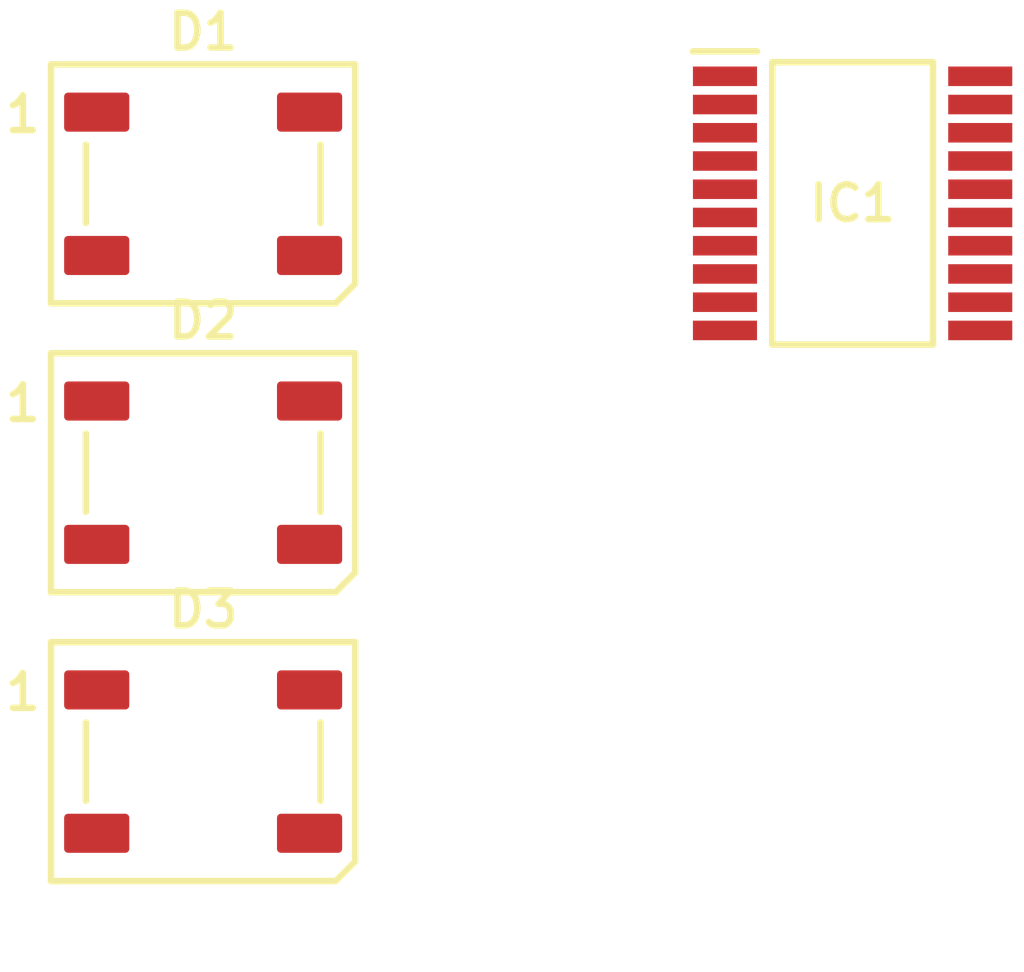
<source format=kicad_pcb>
(kicad_pcb (version 20240108) (generator "pcbnew") (generator_version "8.0")
  (layers (0 "F.Cu" signal) (1 "In1.Cu" power) (2 "In2.Cu" power) (31 "B.Cu" signal) (34 "B.Paste" user) (35 "F.Paste" user) (36 "B.SilkS" user "B.Silkscreen") (37 "F.SilkS" user "F.Silkscreen") (38 "B.Mask" user) (39 "F.Mask" user) (44 "Edge.Cuts" user))
  (net 0 "")
  (net 1 "Net-(D1-DOUT)")
  (net 2 "GND")
  (net 3 "/Coral Micro Breakouts/+5VDC")
  (net 4 "Net-(D1-DIN)")
  (net 5 "Net-(D2-DOUT)")
  (net 9 "/Coral Micro Breakouts/+1.8VDC_RGB")
  (net 21 "/Coral Micro Breakouts/PWM_0")
  (footprint "LED_SMD:LED_WS2812B_PLCC4_5.0x5.0mm_P3.2mm" (layer "F.Cu") (at 143.05 85.85)
    (property "Reference" "D3" (at 0 -3.5 0) (layer "F.SilkS") (effects (font (size 0.8 0.8))))
    (property "Value" "WS2812B")
    (fp_line (start -3.5 -2.75) (end -3.5 2.75) (stroke (width 0.15)) (layer "F.SilkS"))
    (fp_line (start -3.5 -2.75) (end 3.5 -2.75) (stroke (width 0.15)) (layer "F.SilkS"))
    (fp_line (start -3.5 2.75) (end 3.05 2.75) (stroke (width 0.15)) (layer "F.SilkS"))
    (fp_line (start -2.7 0.9) (end -2.7 -0.9) (stroke (width 0.15)) (layer "F.SilkS"))
    (fp_line (start 2.7 0.9) (end 2.7 -0.9) (stroke (width 0.15)) (layer "F.SilkS"))
    (fp_line (start 3.05 2.75) (end 3.5 2.3) (stroke (width 0.15)) (layer "F.SilkS"))
    (fp_line (start 3.5 2.3) (end 3.5 -2.75) (stroke (width 0.15)) (layer "F.SilkS"))
    (fp_text user "1" (at -4.15 -1.6 0) (layer "F.SilkS") (effects (font (size 0.8 0.8))))
    (pad "1" smd roundrect (at -2.45 -1.65) (size 1.5 0.9) (layers "F.Cu" "F.Paste" "F.Mask") (roundrect_rratio 0.1) (net 3 "/Coral Micro Breakouts/+5VDC"))
    (pad "2" smd roundrect (at -2.45 1.65) (size 1.5 0.9) (layers "F.Cu" "F.Paste" "F.Mask") (roundrect_rratio 0.1))
    (pad "3" smd roundrect (at 2.45 1.65) (size 1.5 0.9) (layers "F.Cu" "F.Paste" "F.Mask") (roundrect_rratio 0.1) (net 2 "GND"))
    (pad "4" smd roundrect (at 2.45 -1.65) (size 1.5 0.9) (layers "F.Cu" "F.Paste" "F.Mask") (roundrect_rratio 0.1) (net 5 "Net-(D2-DOUT)"))
  )
  (footprint "00_parts_lib:SOP65P640X120-20N" (layer "F.Cu") (at 158 73)
    (property "Reference" "IC1" (at 0 0 0) (layer "F.SilkS") (effects (font (size 0.8 0.8))))
    (property "Value" "TXB0108PWR" (hide yes))
    (fp_line (start -3.675 -3.5) (end -2.2 -3.5) (stroke (width 0.15)) (layer "F.SilkS"))
    (fp_line (start -1.85 -3.25) (end 1.85 -3.25) (stroke (width 0.15)) (layer "F.SilkS"))
    (fp_line (start -1.85 3.25) (end -1.85 -3.25) (stroke (width 0.15)) (layer "F.SilkS"))
    (fp_line (start 1.85 -3.25) (end 1.85 3.25) (stroke (width 0.15)) (layer "F.SilkS"))
    (fp_line (start 1.85 3.25) (end -1.85 3.25) (stroke (width 0.15)) (layer "F.SilkS"))
    (pad "1" smd rect (at -2.938 -2.925 90) (size 0.45 1.475) (layers "F.Cu" "F.Paste" "F.Mask") (net 21 "/Coral Micro Breakouts/PWM_0"))
    (pad "2" smd rect (at -2.938 -2.275 90) (size 0.45 1.475) (layers "F.Cu" "F.Paste" "F.Mask") (net 9 "/Coral Micro Breakouts/+1.8VDC_RGB"))
    (pad "3" smd rect (at -2.938 -1.625 90) (size 0.45 1.475) (layers "F.Cu" "F.Paste" "F.Mask"))
    (pad "4" smd rect (at -2.938 -0.975 90) (size 0.45 1.475) (layers "F.Cu" "F.Paste" "F.Mask"))
    (pad "5" smd rect (at -2.938 -0.325 90) (size 0.45 1.475) (layers "F.Cu" "F.Paste" "F.Mask"))
    (pad "6" smd rect (at -2.938 0.325 90) (size 0.45 1.475) (layers "F.Cu" "F.Paste" "F.Mask"))
    (pad "7" smd rect (at -2.938 0.975 90) (size 0.45 1.475) (layers "F.Cu" "F.Paste" "F.Mask"))
    (pad "8" smd rect (at -2.938 1.625 90) (size 0.45 1.475) (layers "F.Cu" "F.Paste" "F.Mask"))
    (pad "9" smd rect (at -2.938 2.275 90) (size 0.45 1.475) (layers "F.Cu" "F.Paste" "F.Mask"))
    (pad "10" smd rect (at -2.938 2.925 90) (size 0.45 1.475) (layers "F.Cu" "F.Paste" "F.Mask") (net 9 "/Coral Micro Breakouts/+1.8VDC_RGB"))
    (pad "11" smd rect (at 2.938 2.925 90) (size 0.45 1.475) (layers "F.Cu" "F.Paste" "F.Mask") (net 2 "GND"))
    (pad "12" smd rect (at 2.938 2.275 90) (size 0.45 1.475) (layers "F.Cu" "F.Paste" "F.Mask"))
    (pad "13" smd rect (at 2.938 1.625 90) (size 0.45 1.475) (layers "F.Cu" "F.Paste" "F.Mask"))
    (pad "14" smd rect (at 2.938 0.975 90) (size 0.45 1.475) (layers "F.Cu" "F.Paste" "F.Mask"))
    (pad "15" smd rect (at 2.938 0.325 90) (size 0.45 1.475) (layers "F.Cu" "F.Paste" "F.Mask"))
    (pad "16" smd rect (at 2.938 -0.325 90) (size 0.45 1.475) (layers "F.Cu" "F.Paste" "F.Mask"))
    (pad "17" smd rect (at 2.938 -0.975 90) (size 0.45 1.475) (layers "F.Cu" "F.Paste" "F.Mask"))
    (pad "18" smd rect (at 2.938 -1.625 90) (size 0.45 1.475) (layers "F.Cu" "F.Paste" "F.Mask"))
    (pad "19" smd rect (at 2.938 -2.275 90) (size 0.45 1.475) (layers "F.Cu" "F.Paste" "F.Mask") (net 3 "/Coral Micro Breakouts/+5VDC"))
    (pad "20" smd rect (at 2.938 -2.925 90) (size 0.45 1.475) (layers "F.Cu" "F.Paste" "F.Mask") (net 4 "Net-(D1-DIN)"))
  )
  (footprint "LED_SMD:LED_WS2812B_PLCC4_5.0x5.0mm_P3.2mm" (layer "F.Cu") (at 143.05 72.55)
    (property "Reference" "D1" (at 0 -3.5 0) (layer "F.SilkS") (effects (font (size 0.8 0.8))))
    (property "Value" "WS2812B")
    (fp_line (start -3.5 -2.75) (end -3.5 2.75) (stroke (width 0.15)) (layer "F.SilkS"))
    (fp_line (start -3.5 -2.75) (end 3.5 -2.75) (stroke (width 0.15)) (layer "F.SilkS"))
    (fp_line (start -3.5 2.75) (end 3.05 2.75) (stroke (width 0.15)) (layer "F.SilkS"))
    (fp_line (start -2.7 0.9) (end -2.7 -0.9) (stroke (width 0.15)) (layer "F.SilkS"))
    (fp_line (start 2.7 0.9) (end 2.7 -0.9) (stroke (width 0.15)) (layer "F.SilkS"))
    (fp_line (start 3.05 2.75) (end 3.5 2.3) (stroke (width 0.15)) (layer "F.SilkS"))
    (fp_line (start 3.5 2.3) (end 3.5 -2.75) (stroke (width 0.15)) (layer "F.SilkS"))
    (fp_text user "1" (at -4.15 -1.6 0) (layer "F.SilkS") (effects (font (size 0.8 0.8))))
    (pad "1" smd roundrect (at -2.45 -1.65) (size 1.5 0.9) (layers "F.Cu" "F.Paste" "F.Mask") (roundrect_rratio 0.1) (net 3 "/Coral Micro Breakouts/+5VDC"))
    (pad "2" smd roundrect (at -2.45 1.65) (size 1.5 0.9) (layers "F.Cu" "F.Paste" "F.Mask") (roundrect_rratio 0.1) (net 1 "Net-(D1-DOUT)"))
    (pad "3" smd roundrect (at 2.45 1.65) (size 1.5 0.9) (layers "F.Cu" "F.Paste" "F.Mask") (roundrect_rratio 0.1) (net 2 "GND"))
    (pad "4" smd roundrect (at 2.45 -1.65) (size 1.5 0.9) (layers "F.Cu" "F.Paste" "F.Mask") (roundrect_rratio 0.1) (net 4 "Net-(D1-DIN)"))
  )
  (footprint "LED_SMD:LED_WS2812B_PLCC4_5.0x5.0mm_P3.2mm" (layer "F.Cu") (at 143.05 79.2)
    (property "Reference" "D2" (at 0 -3.5 0) (layer "F.SilkS") (effects (font (size 0.8 0.8))))
    (property "Value" "WS2812B")
    (fp_line (start -3.5 -2.75) (end -3.5 2.75) (stroke (width 0.15)) (layer "F.SilkS"))
    (fp_line (start -3.5 -2.75) (end 3.5 -2.75) (stroke (width 0.15)) (layer "F.SilkS"))
    (fp_line (start -3.5 2.75) (end 3.05 2.75) (stroke (width 0.15)) (layer "F.SilkS"))
    (fp_line (start -2.7 0.9) (end -2.7 -0.9) (stroke (width 0.15)) (layer "F.SilkS"))
    (fp_line (start 2.7 0.9) (end 2.7 -0.9) (stroke (width 0.15)) (layer "F.SilkS"))
    (fp_line (start 3.05 2.75) (end 3.5 2.3) (stroke (width 0.15)) (layer "F.SilkS"))
    (fp_line (start 3.5 2.3) (end 3.5 -2.75) (stroke (width 0.15)) (layer "F.SilkS"))
    (fp_text user "1" (at -4.15 -1.6 0) (layer "F.SilkS") (effects (font (size 0.8 0.8))))
    (pad "1" smd roundrect (at -2.45 -1.65) (size 1.5 0.9) (layers "F.Cu" "F.Paste" "F.Mask") (roundrect_rratio 0.1) (net 3 "/Coral Micro Breakouts/+5VDC"))
    (pad "2" smd roundrect (at -2.45 1.65) (size 1.5 0.9) (layers "F.Cu" "F.Paste" "F.Mask") (roundrect_rratio 0.1) (net 5 "Net-(D2-DOUT)"))
    (pad "3" smd roundrect (at 2.45 1.65) (size 1.5 0.9) (layers "F.Cu" "F.Paste" "F.Mask") (roundrect_rratio 0.1) (net 2 "GND"))
    (pad "4" smd roundrect (at 2.45 -1.65) (size 1.5 0.9) (layers "F.Cu" "F.Paste" "F.Mask") (roundrect_rratio 0.1) (net 1 "Net-(D1-DOUT)"))
  )
)
</source>
